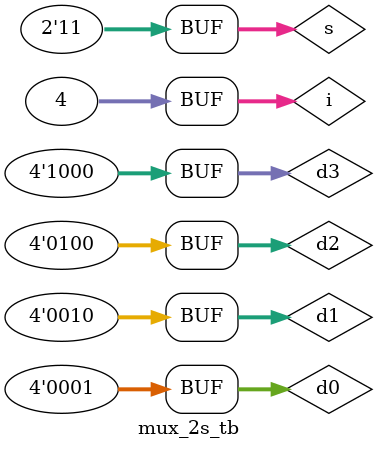
<source format=v>
module mux_2s #(parameter w = 4)(input [w-1:0] d0,d1,d2,d3, input [1:0] s, output[w-1:0] o);
  assign o = (s == 2'b00) ? d0:(s == 2'b01) ? d1:(s == 2'b10) ? d2:(s == 2'b11) ? d3: {w{1'bz}};
endmodule

module mux_2s_tb();
  localparam w = 4;
  reg [w-1:0]d0,d1,d2,d3;
  reg [1:0]s;
  wire [w-1:0]o;
  integer i;
  
  mux_2s CUT(.d0(d0),.d1(d1),.d2(d2),.d3(d3),.s(s),.o(o));
  
  initial begin
    d0 = 4'b0001; d1 = 4'b0010; d2 = 4'b0100; d3 = 4'b1000;
    $display("TIME\tD0\tD1\tD2\tD3\tSEL\tOUTPUT");
    {s}=0;
    $monitor("%0t\t%b\t%b\t%b\t%b\t%b\t%b",$time,d0,d1,d2,d3,s,o);
    for(i=1;i<4;i=i+1)begin
      #20 s=i;
    end
  end
endmodule
  
</source>
